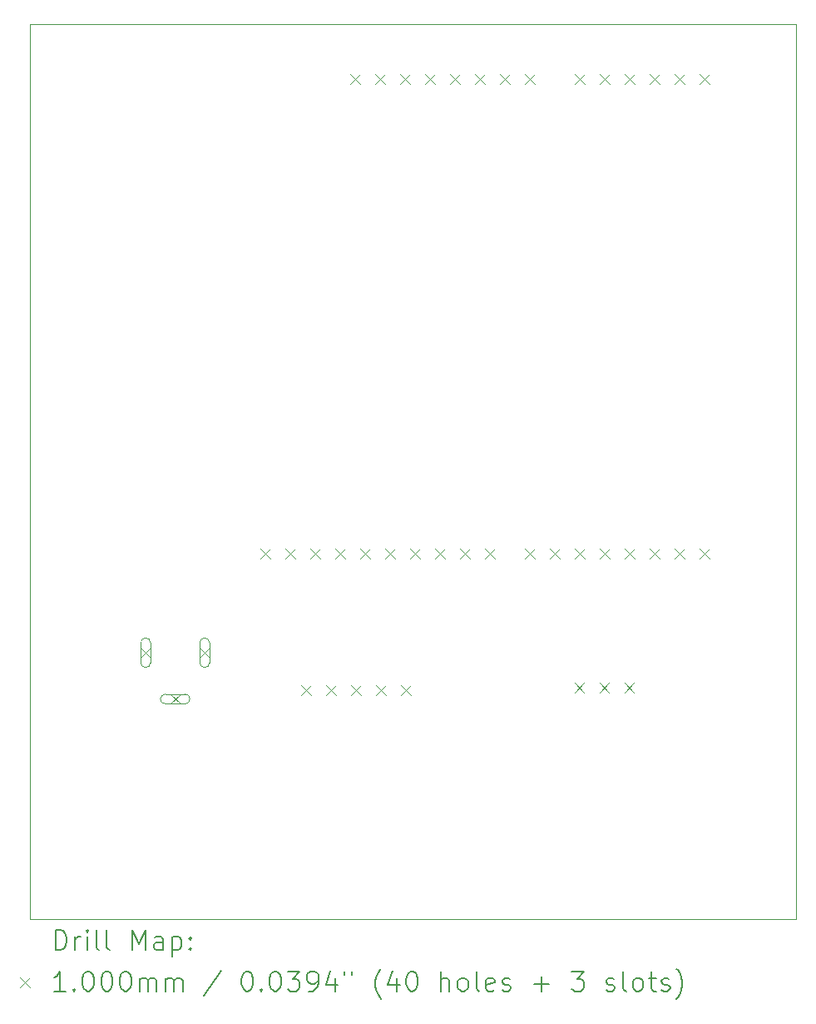
<source format=gbr>
%TF.GenerationSoftware,KiCad,Pcbnew,8.0.6*%
%TF.CreationDate,2025-08-08T18:32:28+02:00*%
%TF.ProjectId,arduinojoystick controlling,61726475-696e-46f6-9a6f-79737469636b,rev?*%
%TF.SameCoordinates,Original*%
%TF.FileFunction,Drillmap*%
%TF.FilePolarity,Positive*%
%FSLAX45Y45*%
G04 Gerber Fmt 4.5, Leading zero omitted, Abs format (unit mm)*
G04 Created by KiCad (PCBNEW 8.0.6) date 2025-08-08 18:32:28*
%MOMM*%
%LPD*%
G01*
G04 APERTURE LIST*
%ADD10C,0.050000*%
%ADD11C,0.200000*%
%ADD12C,0.100000*%
G04 APERTURE END LIST*
D10*
X1050000Y-1650000D02*
X8850000Y-1650000D01*
X8850000Y-10750000D01*
X1050000Y-10750000D01*
X1050000Y-1650000D01*
D11*
D12*
X2178000Y-7992500D02*
X2278000Y-8092500D01*
X2278000Y-7992500D02*
X2178000Y-8092500D01*
X2178000Y-7942500D02*
X2178000Y-8142500D01*
X2278000Y-8142500D02*
G75*
G02*
X2178000Y-8142500I-50000J0D01*
G01*
X2278000Y-8142500D02*
X2278000Y-7942500D01*
X2278000Y-7942500D02*
G75*
G03*
X2178000Y-7942500I-50000J0D01*
G01*
X2478000Y-8462500D02*
X2578000Y-8562500D01*
X2578000Y-8462500D02*
X2478000Y-8562500D01*
X2428000Y-8562500D02*
X2628000Y-8562500D01*
X2628000Y-8462500D02*
G75*
G02*
X2628000Y-8562500I0J-50000D01*
G01*
X2628000Y-8462500D02*
X2428000Y-8462500D01*
X2428000Y-8462500D02*
G75*
G03*
X2428000Y-8562500I0J-50000D01*
G01*
X2778000Y-7992500D02*
X2878000Y-8092500D01*
X2878000Y-7992500D02*
X2778000Y-8092500D01*
X2778000Y-7942500D02*
X2778000Y-8142500D01*
X2878000Y-8142500D02*
G75*
G02*
X2778000Y-8142500I-50000J0D01*
G01*
X2878000Y-8142500D02*
X2878000Y-7942500D01*
X2878000Y-7942500D02*
G75*
G03*
X2778000Y-7942500I-50000J0D01*
G01*
X3393500Y-6988000D02*
X3493500Y-7088000D01*
X3493500Y-6988000D02*
X3393500Y-7088000D01*
X3647500Y-6988000D02*
X3747500Y-7088000D01*
X3747500Y-6988000D02*
X3647500Y-7088000D01*
X3813000Y-8375000D02*
X3913000Y-8475000D01*
X3913000Y-8375000D02*
X3813000Y-8475000D01*
X3901500Y-6988000D02*
X4001500Y-7088000D01*
X4001500Y-6988000D02*
X3901500Y-7088000D01*
X4067000Y-8375000D02*
X4167000Y-8475000D01*
X4167000Y-8375000D02*
X4067000Y-8475000D01*
X4155500Y-6988000D02*
X4255500Y-7088000D01*
X4255500Y-6988000D02*
X4155500Y-7088000D01*
X4307500Y-2162000D02*
X4407500Y-2262000D01*
X4407500Y-2162000D02*
X4307500Y-2262000D01*
X4321000Y-8375000D02*
X4421000Y-8475000D01*
X4421000Y-8375000D02*
X4321000Y-8475000D01*
X4409500Y-6988000D02*
X4509500Y-7088000D01*
X4509500Y-6988000D02*
X4409500Y-7088000D01*
X4561500Y-2162000D02*
X4661500Y-2262000D01*
X4661500Y-2162000D02*
X4561500Y-2262000D01*
X4575000Y-8375000D02*
X4675000Y-8475000D01*
X4675000Y-8375000D02*
X4575000Y-8475000D01*
X4663500Y-6988000D02*
X4763500Y-7088000D01*
X4763500Y-6988000D02*
X4663500Y-7088000D01*
X4815500Y-2162000D02*
X4915500Y-2262000D01*
X4915500Y-2162000D02*
X4815500Y-2262000D01*
X4829000Y-8375000D02*
X4929000Y-8475000D01*
X4929000Y-8375000D02*
X4829000Y-8475000D01*
X4917500Y-6988000D02*
X5017500Y-7088000D01*
X5017500Y-6988000D02*
X4917500Y-7088000D01*
X5069500Y-2162000D02*
X5169500Y-2262000D01*
X5169500Y-2162000D02*
X5069500Y-2262000D01*
X5171500Y-6988000D02*
X5271500Y-7088000D01*
X5271500Y-6988000D02*
X5171500Y-7088000D01*
X5323500Y-2162000D02*
X5423500Y-2262000D01*
X5423500Y-2162000D02*
X5323500Y-2262000D01*
X5425500Y-6988000D02*
X5525500Y-7088000D01*
X5525500Y-6988000D02*
X5425500Y-7088000D01*
X5577500Y-2162000D02*
X5677500Y-2262000D01*
X5677500Y-2162000D02*
X5577500Y-2262000D01*
X5679500Y-6988000D02*
X5779500Y-7088000D01*
X5779500Y-6988000D02*
X5679500Y-7088000D01*
X5831500Y-2162000D02*
X5931500Y-2262000D01*
X5931500Y-2162000D02*
X5831500Y-2262000D01*
X6085500Y-2162000D02*
X6185500Y-2262000D01*
X6185500Y-2162000D02*
X6085500Y-2262000D01*
X6085500Y-6988000D02*
X6185500Y-7088000D01*
X6185500Y-6988000D02*
X6085500Y-7088000D01*
X6339500Y-6988000D02*
X6439500Y-7088000D01*
X6439500Y-6988000D02*
X6339500Y-7088000D01*
X6592000Y-8350000D02*
X6692000Y-8450000D01*
X6692000Y-8350000D02*
X6592000Y-8450000D01*
X6593500Y-2162000D02*
X6693500Y-2262000D01*
X6693500Y-2162000D02*
X6593500Y-2262000D01*
X6593500Y-6988000D02*
X6693500Y-7088000D01*
X6693500Y-6988000D02*
X6593500Y-7088000D01*
X6846000Y-8350000D02*
X6946000Y-8450000D01*
X6946000Y-8350000D02*
X6846000Y-8450000D01*
X6847500Y-2162000D02*
X6947500Y-2262000D01*
X6947500Y-2162000D02*
X6847500Y-2262000D01*
X6847500Y-6988000D02*
X6947500Y-7088000D01*
X6947500Y-6988000D02*
X6847500Y-7088000D01*
X7100000Y-8350000D02*
X7200000Y-8450000D01*
X7200000Y-8350000D02*
X7100000Y-8450000D01*
X7101500Y-2162000D02*
X7201500Y-2262000D01*
X7201500Y-2162000D02*
X7101500Y-2262000D01*
X7101500Y-6988000D02*
X7201500Y-7088000D01*
X7201500Y-6988000D02*
X7101500Y-7088000D01*
X7355500Y-2162000D02*
X7455500Y-2262000D01*
X7455500Y-2162000D02*
X7355500Y-2262000D01*
X7355500Y-6988000D02*
X7455500Y-7088000D01*
X7455500Y-6988000D02*
X7355500Y-7088000D01*
X7609500Y-2162000D02*
X7709500Y-2262000D01*
X7709500Y-2162000D02*
X7609500Y-2262000D01*
X7609500Y-6988000D02*
X7709500Y-7088000D01*
X7709500Y-6988000D02*
X7609500Y-7088000D01*
X7863500Y-2162000D02*
X7963500Y-2262000D01*
X7963500Y-2162000D02*
X7863500Y-2262000D01*
X7863500Y-6988000D02*
X7963500Y-7088000D01*
X7963500Y-6988000D02*
X7863500Y-7088000D01*
D11*
X1308277Y-11063984D02*
X1308277Y-10863984D01*
X1308277Y-10863984D02*
X1355896Y-10863984D01*
X1355896Y-10863984D02*
X1384467Y-10873508D01*
X1384467Y-10873508D02*
X1403515Y-10892555D01*
X1403515Y-10892555D02*
X1413039Y-10911603D01*
X1413039Y-10911603D02*
X1422562Y-10949698D01*
X1422562Y-10949698D02*
X1422562Y-10978270D01*
X1422562Y-10978270D02*
X1413039Y-11016365D01*
X1413039Y-11016365D02*
X1403515Y-11035412D01*
X1403515Y-11035412D02*
X1384467Y-11054460D01*
X1384467Y-11054460D02*
X1355896Y-11063984D01*
X1355896Y-11063984D02*
X1308277Y-11063984D01*
X1508277Y-11063984D02*
X1508277Y-10930650D01*
X1508277Y-10968746D02*
X1517801Y-10949698D01*
X1517801Y-10949698D02*
X1527324Y-10940174D01*
X1527324Y-10940174D02*
X1546372Y-10930650D01*
X1546372Y-10930650D02*
X1565420Y-10930650D01*
X1632086Y-11063984D02*
X1632086Y-10930650D01*
X1632086Y-10863984D02*
X1622562Y-10873508D01*
X1622562Y-10873508D02*
X1632086Y-10883031D01*
X1632086Y-10883031D02*
X1641610Y-10873508D01*
X1641610Y-10873508D02*
X1632086Y-10863984D01*
X1632086Y-10863984D02*
X1632086Y-10883031D01*
X1755896Y-11063984D02*
X1736848Y-11054460D01*
X1736848Y-11054460D02*
X1727324Y-11035412D01*
X1727324Y-11035412D02*
X1727324Y-10863984D01*
X1860658Y-11063984D02*
X1841610Y-11054460D01*
X1841610Y-11054460D02*
X1832086Y-11035412D01*
X1832086Y-11035412D02*
X1832086Y-10863984D01*
X2089229Y-11063984D02*
X2089229Y-10863984D01*
X2089229Y-10863984D02*
X2155896Y-11006841D01*
X2155896Y-11006841D02*
X2222563Y-10863984D01*
X2222563Y-10863984D02*
X2222563Y-11063984D01*
X2403515Y-11063984D02*
X2403515Y-10959222D01*
X2403515Y-10959222D02*
X2393991Y-10940174D01*
X2393991Y-10940174D02*
X2374944Y-10930650D01*
X2374944Y-10930650D02*
X2336848Y-10930650D01*
X2336848Y-10930650D02*
X2317801Y-10940174D01*
X2403515Y-11054460D02*
X2384467Y-11063984D01*
X2384467Y-11063984D02*
X2336848Y-11063984D01*
X2336848Y-11063984D02*
X2317801Y-11054460D01*
X2317801Y-11054460D02*
X2308277Y-11035412D01*
X2308277Y-11035412D02*
X2308277Y-11016365D01*
X2308277Y-11016365D02*
X2317801Y-10997317D01*
X2317801Y-10997317D02*
X2336848Y-10987793D01*
X2336848Y-10987793D02*
X2384467Y-10987793D01*
X2384467Y-10987793D02*
X2403515Y-10978270D01*
X2498753Y-10930650D02*
X2498753Y-11130650D01*
X2498753Y-10940174D02*
X2517801Y-10930650D01*
X2517801Y-10930650D02*
X2555896Y-10930650D01*
X2555896Y-10930650D02*
X2574944Y-10940174D01*
X2574944Y-10940174D02*
X2584467Y-10949698D01*
X2584467Y-10949698D02*
X2593991Y-10968746D01*
X2593991Y-10968746D02*
X2593991Y-11025889D01*
X2593991Y-11025889D02*
X2584467Y-11044936D01*
X2584467Y-11044936D02*
X2574944Y-11054460D01*
X2574944Y-11054460D02*
X2555896Y-11063984D01*
X2555896Y-11063984D02*
X2517801Y-11063984D01*
X2517801Y-11063984D02*
X2498753Y-11054460D01*
X2679705Y-11044936D02*
X2689229Y-11054460D01*
X2689229Y-11054460D02*
X2679705Y-11063984D01*
X2679705Y-11063984D02*
X2670182Y-11054460D01*
X2670182Y-11054460D02*
X2679705Y-11044936D01*
X2679705Y-11044936D02*
X2679705Y-11063984D01*
X2679705Y-10940174D02*
X2689229Y-10949698D01*
X2689229Y-10949698D02*
X2679705Y-10959222D01*
X2679705Y-10959222D02*
X2670182Y-10949698D01*
X2670182Y-10949698D02*
X2679705Y-10940174D01*
X2679705Y-10940174D02*
X2679705Y-10959222D01*
D12*
X947500Y-11342500D02*
X1047500Y-11442500D01*
X1047500Y-11342500D02*
X947500Y-11442500D01*
D11*
X1413039Y-11483984D02*
X1298753Y-11483984D01*
X1355896Y-11483984D02*
X1355896Y-11283984D01*
X1355896Y-11283984D02*
X1336848Y-11312555D01*
X1336848Y-11312555D02*
X1317801Y-11331603D01*
X1317801Y-11331603D02*
X1298753Y-11341127D01*
X1498753Y-11464936D02*
X1508277Y-11474460D01*
X1508277Y-11474460D02*
X1498753Y-11483984D01*
X1498753Y-11483984D02*
X1489229Y-11474460D01*
X1489229Y-11474460D02*
X1498753Y-11464936D01*
X1498753Y-11464936D02*
X1498753Y-11483984D01*
X1632086Y-11283984D02*
X1651134Y-11283984D01*
X1651134Y-11283984D02*
X1670182Y-11293508D01*
X1670182Y-11293508D02*
X1679705Y-11303031D01*
X1679705Y-11303031D02*
X1689229Y-11322079D01*
X1689229Y-11322079D02*
X1698753Y-11360174D01*
X1698753Y-11360174D02*
X1698753Y-11407793D01*
X1698753Y-11407793D02*
X1689229Y-11445888D01*
X1689229Y-11445888D02*
X1679705Y-11464936D01*
X1679705Y-11464936D02*
X1670182Y-11474460D01*
X1670182Y-11474460D02*
X1651134Y-11483984D01*
X1651134Y-11483984D02*
X1632086Y-11483984D01*
X1632086Y-11483984D02*
X1613039Y-11474460D01*
X1613039Y-11474460D02*
X1603515Y-11464936D01*
X1603515Y-11464936D02*
X1593991Y-11445888D01*
X1593991Y-11445888D02*
X1584467Y-11407793D01*
X1584467Y-11407793D02*
X1584467Y-11360174D01*
X1584467Y-11360174D02*
X1593991Y-11322079D01*
X1593991Y-11322079D02*
X1603515Y-11303031D01*
X1603515Y-11303031D02*
X1613039Y-11293508D01*
X1613039Y-11293508D02*
X1632086Y-11283984D01*
X1822562Y-11283984D02*
X1841610Y-11283984D01*
X1841610Y-11283984D02*
X1860658Y-11293508D01*
X1860658Y-11293508D02*
X1870182Y-11303031D01*
X1870182Y-11303031D02*
X1879705Y-11322079D01*
X1879705Y-11322079D02*
X1889229Y-11360174D01*
X1889229Y-11360174D02*
X1889229Y-11407793D01*
X1889229Y-11407793D02*
X1879705Y-11445888D01*
X1879705Y-11445888D02*
X1870182Y-11464936D01*
X1870182Y-11464936D02*
X1860658Y-11474460D01*
X1860658Y-11474460D02*
X1841610Y-11483984D01*
X1841610Y-11483984D02*
X1822562Y-11483984D01*
X1822562Y-11483984D02*
X1803515Y-11474460D01*
X1803515Y-11474460D02*
X1793991Y-11464936D01*
X1793991Y-11464936D02*
X1784467Y-11445888D01*
X1784467Y-11445888D02*
X1774943Y-11407793D01*
X1774943Y-11407793D02*
X1774943Y-11360174D01*
X1774943Y-11360174D02*
X1784467Y-11322079D01*
X1784467Y-11322079D02*
X1793991Y-11303031D01*
X1793991Y-11303031D02*
X1803515Y-11293508D01*
X1803515Y-11293508D02*
X1822562Y-11283984D01*
X2013039Y-11283984D02*
X2032086Y-11283984D01*
X2032086Y-11283984D02*
X2051134Y-11293508D01*
X2051134Y-11293508D02*
X2060658Y-11303031D01*
X2060658Y-11303031D02*
X2070182Y-11322079D01*
X2070182Y-11322079D02*
X2079705Y-11360174D01*
X2079705Y-11360174D02*
X2079705Y-11407793D01*
X2079705Y-11407793D02*
X2070182Y-11445888D01*
X2070182Y-11445888D02*
X2060658Y-11464936D01*
X2060658Y-11464936D02*
X2051134Y-11474460D01*
X2051134Y-11474460D02*
X2032086Y-11483984D01*
X2032086Y-11483984D02*
X2013039Y-11483984D01*
X2013039Y-11483984D02*
X1993991Y-11474460D01*
X1993991Y-11474460D02*
X1984467Y-11464936D01*
X1984467Y-11464936D02*
X1974943Y-11445888D01*
X1974943Y-11445888D02*
X1965420Y-11407793D01*
X1965420Y-11407793D02*
X1965420Y-11360174D01*
X1965420Y-11360174D02*
X1974943Y-11322079D01*
X1974943Y-11322079D02*
X1984467Y-11303031D01*
X1984467Y-11303031D02*
X1993991Y-11293508D01*
X1993991Y-11293508D02*
X2013039Y-11283984D01*
X2165420Y-11483984D02*
X2165420Y-11350650D01*
X2165420Y-11369698D02*
X2174944Y-11360174D01*
X2174944Y-11360174D02*
X2193991Y-11350650D01*
X2193991Y-11350650D02*
X2222563Y-11350650D01*
X2222563Y-11350650D02*
X2241610Y-11360174D01*
X2241610Y-11360174D02*
X2251134Y-11379222D01*
X2251134Y-11379222D02*
X2251134Y-11483984D01*
X2251134Y-11379222D02*
X2260658Y-11360174D01*
X2260658Y-11360174D02*
X2279705Y-11350650D01*
X2279705Y-11350650D02*
X2308277Y-11350650D01*
X2308277Y-11350650D02*
X2327325Y-11360174D01*
X2327325Y-11360174D02*
X2336848Y-11379222D01*
X2336848Y-11379222D02*
X2336848Y-11483984D01*
X2432086Y-11483984D02*
X2432086Y-11350650D01*
X2432086Y-11369698D02*
X2441610Y-11360174D01*
X2441610Y-11360174D02*
X2460658Y-11350650D01*
X2460658Y-11350650D02*
X2489229Y-11350650D01*
X2489229Y-11350650D02*
X2508277Y-11360174D01*
X2508277Y-11360174D02*
X2517801Y-11379222D01*
X2517801Y-11379222D02*
X2517801Y-11483984D01*
X2517801Y-11379222D02*
X2527325Y-11360174D01*
X2527325Y-11360174D02*
X2546372Y-11350650D01*
X2546372Y-11350650D02*
X2574944Y-11350650D01*
X2574944Y-11350650D02*
X2593991Y-11360174D01*
X2593991Y-11360174D02*
X2603515Y-11379222D01*
X2603515Y-11379222D02*
X2603515Y-11483984D01*
X2993991Y-11274460D02*
X2822563Y-11531603D01*
X3251134Y-11283984D02*
X3270182Y-11283984D01*
X3270182Y-11283984D02*
X3289229Y-11293508D01*
X3289229Y-11293508D02*
X3298753Y-11303031D01*
X3298753Y-11303031D02*
X3308277Y-11322079D01*
X3308277Y-11322079D02*
X3317801Y-11360174D01*
X3317801Y-11360174D02*
X3317801Y-11407793D01*
X3317801Y-11407793D02*
X3308277Y-11445888D01*
X3308277Y-11445888D02*
X3298753Y-11464936D01*
X3298753Y-11464936D02*
X3289229Y-11474460D01*
X3289229Y-11474460D02*
X3270182Y-11483984D01*
X3270182Y-11483984D02*
X3251134Y-11483984D01*
X3251134Y-11483984D02*
X3232086Y-11474460D01*
X3232086Y-11474460D02*
X3222563Y-11464936D01*
X3222563Y-11464936D02*
X3213039Y-11445888D01*
X3213039Y-11445888D02*
X3203515Y-11407793D01*
X3203515Y-11407793D02*
X3203515Y-11360174D01*
X3203515Y-11360174D02*
X3213039Y-11322079D01*
X3213039Y-11322079D02*
X3222563Y-11303031D01*
X3222563Y-11303031D02*
X3232086Y-11293508D01*
X3232086Y-11293508D02*
X3251134Y-11283984D01*
X3403515Y-11464936D02*
X3413039Y-11474460D01*
X3413039Y-11474460D02*
X3403515Y-11483984D01*
X3403515Y-11483984D02*
X3393991Y-11474460D01*
X3393991Y-11474460D02*
X3403515Y-11464936D01*
X3403515Y-11464936D02*
X3403515Y-11483984D01*
X3536848Y-11283984D02*
X3555896Y-11283984D01*
X3555896Y-11283984D02*
X3574944Y-11293508D01*
X3574944Y-11293508D02*
X3584467Y-11303031D01*
X3584467Y-11303031D02*
X3593991Y-11322079D01*
X3593991Y-11322079D02*
X3603515Y-11360174D01*
X3603515Y-11360174D02*
X3603515Y-11407793D01*
X3603515Y-11407793D02*
X3593991Y-11445888D01*
X3593991Y-11445888D02*
X3584467Y-11464936D01*
X3584467Y-11464936D02*
X3574944Y-11474460D01*
X3574944Y-11474460D02*
X3555896Y-11483984D01*
X3555896Y-11483984D02*
X3536848Y-11483984D01*
X3536848Y-11483984D02*
X3517801Y-11474460D01*
X3517801Y-11474460D02*
X3508277Y-11464936D01*
X3508277Y-11464936D02*
X3498753Y-11445888D01*
X3498753Y-11445888D02*
X3489229Y-11407793D01*
X3489229Y-11407793D02*
X3489229Y-11360174D01*
X3489229Y-11360174D02*
X3498753Y-11322079D01*
X3498753Y-11322079D02*
X3508277Y-11303031D01*
X3508277Y-11303031D02*
X3517801Y-11293508D01*
X3517801Y-11293508D02*
X3536848Y-11283984D01*
X3670182Y-11283984D02*
X3793991Y-11283984D01*
X3793991Y-11283984D02*
X3727325Y-11360174D01*
X3727325Y-11360174D02*
X3755896Y-11360174D01*
X3755896Y-11360174D02*
X3774944Y-11369698D01*
X3774944Y-11369698D02*
X3784467Y-11379222D01*
X3784467Y-11379222D02*
X3793991Y-11398269D01*
X3793991Y-11398269D02*
X3793991Y-11445888D01*
X3793991Y-11445888D02*
X3784467Y-11464936D01*
X3784467Y-11464936D02*
X3774944Y-11474460D01*
X3774944Y-11474460D02*
X3755896Y-11483984D01*
X3755896Y-11483984D02*
X3698753Y-11483984D01*
X3698753Y-11483984D02*
X3679706Y-11474460D01*
X3679706Y-11474460D02*
X3670182Y-11464936D01*
X3889229Y-11483984D02*
X3927325Y-11483984D01*
X3927325Y-11483984D02*
X3946372Y-11474460D01*
X3946372Y-11474460D02*
X3955896Y-11464936D01*
X3955896Y-11464936D02*
X3974944Y-11436365D01*
X3974944Y-11436365D02*
X3984467Y-11398269D01*
X3984467Y-11398269D02*
X3984467Y-11322079D01*
X3984467Y-11322079D02*
X3974944Y-11303031D01*
X3974944Y-11303031D02*
X3965420Y-11293508D01*
X3965420Y-11293508D02*
X3946372Y-11283984D01*
X3946372Y-11283984D02*
X3908277Y-11283984D01*
X3908277Y-11283984D02*
X3889229Y-11293508D01*
X3889229Y-11293508D02*
X3879706Y-11303031D01*
X3879706Y-11303031D02*
X3870182Y-11322079D01*
X3870182Y-11322079D02*
X3870182Y-11369698D01*
X3870182Y-11369698D02*
X3879706Y-11388746D01*
X3879706Y-11388746D02*
X3889229Y-11398269D01*
X3889229Y-11398269D02*
X3908277Y-11407793D01*
X3908277Y-11407793D02*
X3946372Y-11407793D01*
X3946372Y-11407793D02*
X3965420Y-11398269D01*
X3965420Y-11398269D02*
X3974944Y-11388746D01*
X3974944Y-11388746D02*
X3984467Y-11369698D01*
X4155896Y-11350650D02*
X4155896Y-11483984D01*
X4108277Y-11274460D02*
X4060658Y-11417317D01*
X4060658Y-11417317D02*
X4184467Y-11417317D01*
X4251134Y-11283984D02*
X4251134Y-11322079D01*
X4327325Y-11283984D02*
X4327325Y-11322079D01*
X4622563Y-11560174D02*
X4613039Y-11550650D01*
X4613039Y-11550650D02*
X4593991Y-11522079D01*
X4593991Y-11522079D02*
X4584468Y-11503031D01*
X4584468Y-11503031D02*
X4574944Y-11474460D01*
X4574944Y-11474460D02*
X4565420Y-11426841D01*
X4565420Y-11426841D02*
X4565420Y-11388746D01*
X4565420Y-11388746D02*
X4574944Y-11341127D01*
X4574944Y-11341127D02*
X4584468Y-11312555D01*
X4584468Y-11312555D02*
X4593991Y-11293508D01*
X4593991Y-11293508D02*
X4613039Y-11264936D01*
X4613039Y-11264936D02*
X4622563Y-11255412D01*
X4784468Y-11350650D02*
X4784468Y-11483984D01*
X4736849Y-11274460D02*
X4689230Y-11417317D01*
X4689230Y-11417317D02*
X4813039Y-11417317D01*
X4927325Y-11283984D02*
X4946372Y-11283984D01*
X4946372Y-11283984D02*
X4965420Y-11293508D01*
X4965420Y-11293508D02*
X4974944Y-11303031D01*
X4974944Y-11303031D02*
X4984468Y-11322079D01*
X4984468Y-11322079D02*
X4993991Y-11360174D01*
X4993991Y-11360174D02*
X4993991Y-11407793D01*
X4993991Y-11407793D02*
X4984468Y-11445888D01*
X4984468Y-11445888D02*
X4974944Y-11464936D01*
X4974944Y-11464936D02*
X4965420Y-11474460D01*
X4965420Y-11474460D02*
X4946372Y-11483984D01*
X4946372Y-11483984D02*
X4927325Y-11483984D01*
X4927325Y-11483984D02*
X4908277Y-11474460D01*
X4908277Y-11474460D02*
X4898753Y-11464936D01*
X4898753Y-11464936D02*
X4889230Y-11445888D01*
X4889230Y-11445888D02*
X4879706Y-11407793D01*
X4879706Y-11407793D02*
X4879706Y-11360174D01*
X4879706Y-11360174D02*
X4889230Y-11322079D01*
X4889230Y-11322079D02*
X4898753Y-11303031D01*
X4898753Y-11303031D02*
X4908277Y-11293508D01*
X4908277Y-11293508D02*
X4927325Y-11283984D01*
X5232087Y-11483984D02*
X5232087Y-11283984D01*
X5317801Y-11483984D02*
X5317801Y-11379222D01*
X5317801Y-11379222D02*
X5308277Y-11360174D01*
X5308277Y-11360174D02*
X5289230Y-11350650D01*
X5289230Y-11350650D02*
X5260658Y-11350650D01*
X5260658Y-11350650D02*
X5241611Y-11360174D01*
X5241611Y-11360174D02*
X5232087Y-11369698D01*
X5441611Y-11483984D02*
X5422563Y-11474460D01*
X5422563Y-11474460D02*
X5413039Y-11464936D01*
X5413039Y-11464936D02*
X5403515Y-11445888D01*
X5403515Y-11445888D02*
X5403515Y-11388746D01*
X5403515Y-11388746D02*
X5413039Y-11369698D01*
X5413039Y-11369698D02*
X5422563Y-11360174D01*
X5422563Y-11360174D02*
X5441611Y-11350650D01*
X5441611Y-11350650D02*
X5470182Y-11350650D01*
X5470182Y-11350650D02*
X5489230Y-11360174D01*
X5489230Y-11360174D02*
X5498753Y-11369698D01*
X5498753Y-11369698D02*
X5508277Y-11388746D01*
X5508277Y-11388746D02*
X5508277Y-11445888D01*
X5508277Y-11445888D02*
X5498753Y-11464936D01*
X5498753Y-11464936D02*
X5489230Y-11474460D01*
X5489230Y-11474460D02*
X5470182Y-11483984D01*
X5470182Y-11483984D02*
X5441611Y-11483984D01*
X5622563Y-11483984D02*
X5603515Y-11474460D01*
X5603515Y-11474460D02*
X5593991Y-11455412D01*
X5593991Y-11455412D02*
X5593991Y-11283984D01*
X5774944Y-11474460D02*
X5755896Y-11483984D01*
X5755896Y-11483984D02*
X5717801Y-11483984D01*
X5717801Y-11483984D02*
X5698753Y-11474460D01*
X5698753Y-11474460D02*
X5689230Y-11455412D01*
X5689230Y-11455412D02*
X5689230Y-11379222D01*
X5689230Y-11379222D02*
X5698753Y-11360174D01*
X5698753Y-11360174D02*
X5717801Y-11350650D01*
X5717801Y-11350650D02*
X5755896Y-11350650D01*
X5755896Y-11350650D02*
X5774944Y-11360174D01*
X5774944Y-11360174D02*
X5784468Y-11379222D01*
X5784468Y-11379222D02*
X5784468Y-11398269D01*
X5784468Y-11398269D02*
X5689230Y-11417317D01*
X5860658Y-11474460D02*
X5879706Y-11483984D01*
X5879706Y-11483984D02*
X5917801Y-11483984D01*
X5917801Y-11483984D02*
X5936849Y-11474460D01*
X5936849Y-11474460D02*
X5946372Y-11455412D01*
X5946372Y-11455412D02*
X5946372Y-11445888D01*
X5946372Y-11445888D02*
X5936849Y-11426841D01*
X5936849Y-11426841D02*
X5917801Y-11417317D01*
X5917801Y-11417317D02*
X5889230Y-11417317D01*
X5889230Y-11417317D02*
X5870182Y-11407793D01*
X5870182Y-11407793D02*
X5860658Y-11388746D01*
X5860658Y-11388746D02*
X5860658Y-11379222D01*
X5860658Y-11379222D02*
X5870182Y-11360174D01*
X5870182Y-11360174D02*
X5889230Y-11350650D01*
X5889230Y-11350650D02*
X5917801Y-11350650D01*
X5917801Y-11350650D02*
X5936849Y-11360174D01*
X6184468Y-11407793D02*
X6336849Y-11407793D01*
X6260658Y-11483984D02*
X6260658Y-11331603D01*
X6565420Y-11283984D02*
X6689230Y-11283984D01*
X6689230Y-11283984D02*
X6622563Y-11360174D01*
X6622563Y-11360174D02*
X6651134Y-11360174D01*
X6651134Y-11360174D02*
X6670182Y-11369698D01*
X6670182Y-11369698D02*
X6679706Y-11379222D01*
X6679706Y-11379222D02*
X6689230Y-11398269D01*
X6689230Y-11398269D02*
X6689230Y-11445888D01*
X6689230Y-11445888D02*
X6679706Y-11464936D01*
X6679706Y-11464936D02*
X6670182Y-11474460D01*
X6670182Y-11474460D02*
X6651134Y-11483984D01*
X6651134Y-11483984D02*
X6593992Y-11483984D01*
X6593992Y-11483984D02*
X6574944Y-11474460D01*
X6574944Y-11474460D02*
X6565420Y-11464936D01*
X6917801Y-11474460D02*
X6936849Y-11483984D01*
X6936849Y-11483984D02*
X6974944Y-11483984D01*
X6974944Y-11483984D02*
X6993992Y-11474460D01*
X6993992Y-11474460D02*
X7003515Y-11455412D01*
X7003515Y-11455412D02*
X7003515Y-11445888D01*
X7003515Y-11445888D02*
X6993992Y-11426841D01*
X6993992Y-11426841D02*
X6974944Y-11417317D01*
X6974944Y-11417317D02*
X6946373Y-11417317D01*
X6946373Y-11417317D02*
X6927325Y-11407793D01*
X6927325Y-11407793D02*
X6917801Y-11388746D01*
X6917801Y-11388746D02*
X6917801Y-11379222D01*
X6917801Y-11379222D02*
X6927325Y-11360174D01*
X6927325Y-11360174D02*
X6946373Y-11350650D01*
X6946373Y-11350650D02*
X6974944Y-11350650D01*
X6974944Y-11350650D02*
X6993992Y-11360174D01*
X7117801Y-11483984D02*
X7098754Y-11474460D01*
X7098754Y-11474460D02*
X7089230Y-11455412D01*
X7089230Y-11455412D02*
X7089230Y-11283984D01*
X7222563Y-11483984D02*
X7203515Y-11474460D01*
X7203515Y-11474460D02*
X7193992Y-11464936D01*
X7193992Y-11464936D02*
X7184468Y-11445888D01*
X7184468Y-11445888D02*
X7184468Y-11388746D01*
X7184468Y-11388746D02*
X7193992Y-11369698D01*
X7193992Y-11369698D02*
X7203515Y-11360174D01*
X7203515Y-11360174D02*
X7222563Y-11350650D01*
X7222563Y-11350650D02*
X7251135Y-11350650D01*
X7251135Y-11350650D02*
X7270182Y-11360174D01*
X7270182Y-11360174D02*
X7279706Y-11369698D01*
X7279706Y-11369698D02*
X7289230Y-11388746D01*
X7289230Y-11388746D02*
X7289230Y-11445888D01*
X7289230Y-11445888D02*
X7279706Y-11464936D01*
X7279706Y-11464936D02*
X7270182Y-11474460D01*
X7270182Y-11474460D02*
X7251135Y-11483984D01*
X7251135Y-11483984D02*
X7222563Y-11483984D01*
X7346373Y-11350650D02*
X7422563Y-11350650D01*
X7374944Y-11283984D02*
X7374944Y-11455412D01*
X7374944Y-11455412D02*
X7384468Y-11474460D01*
X7384468Y-11474460D02*
X7403515Y-11483984D01*
X7403515Y-11483984D02*
X7422563Y-11483984D01*
X7479706Y-11474460D02*
X7498754Y-11483984D01*
X7498754Y-11483984D02*
X7536849Y-11483984D01*
X7536849Y-11483984D02*
X7555896Y-11474460D01*
X7555896Y-11474460D02*
X7565420Y-11455412D01*
X7565420Y-11455412D02*
X7565420Y-11445888D01*
X7565420Y-11445888D02*
X7555896Y-11426841D01*
X7555896Y-11426841D02*
X7536849Y-11417317D01*
X7536849Y-11417317D02*
X7508277Y-11417317D01*
X7508277Y-11417317D02*
X7489230Y-11407793D01*
X7489230Y-11407793D02*
X7479706Y-11388746D01*
X7479706Y-11388746D02*
X7479706Y-11379222D01*
X7479706Y-11379222D02*
X7489230Y-11360174D01*
X7489230Y-11360174D02*
X7508277Y-11350650D01*
X7508277Y-11350650D02*
X7536849Y-11350650D01*
X7536849Y-11350650D02*
X7555896Y-11360174D01*
X7632087Y-11560174D02*
X7641611Y-11550650D01*
X7641611Y-11550650D02*
X7660658Y-11522079D01*
X7660658Y-11522079D02*
X7670182Y-11503031D01*
X7670182Y-11503031D02*
X7679706Y-11474460D01*
X7679706Y-11474460D02*
X7689230Y-11426841D01*
X7689230Y-11426841D02*
X7689230Y-11388746D01*
X7689230Y-11388746D02*
X7679706Y-11341127D01*
X7679706Y-11341127D02*
X7670182Y-11312555D01*
X7670182Y-11312555D02*
X7660658Y-11293508D01*
X7660658Y-11293508D02*
X7641611Y-11264936D01*
X7641611Y-11264936D02*
X7632087Y-11255412D01*
M02*

</source>
